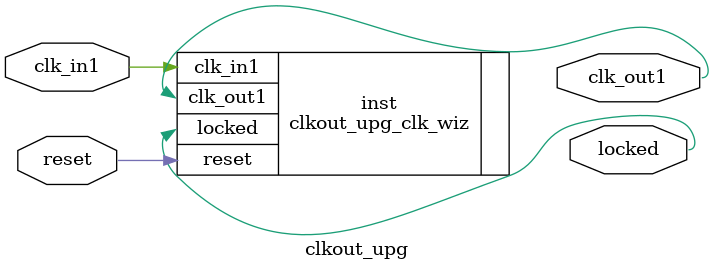
<source format=v>


`timescale 1ps/1ps

(* CORE_GENERATION_INFO = "clkout_upg,clk_wiz_v5_4_3_0,{component_name=clkout_upg,use_phase_alignment=true,use_min_o_jitter=false,use_max_i_jitter=false,use_dyn_phase_shift=false,use_inclk_switchover=false,use_dyn_reconfig=false,enable_axi=0,feedback_source=FDBK_AUTO,PRIMITIVE=MMCM,num_out_clk=1,clkin1_period=10.000,clkin2_period=10.000,use_power_down=false,use_reset=true,use_locked=true,use_inclk_stopped=false,feedback_type=SINGLE,CLOCK_MGR_TYPE=NA,manual_override=false}" *)

module clkout_upg 
 (
  // Clock out ports
  output        clk_out1,
  // Status and control signals
  input         reset,
  output        locked,
 // Clock in ports
  input         clk_in1
 );

  clkout_upg_clk_wiz inst
  (
  // Clock out ports  
  .clk_out1(clk_out1),
  // Status and control signals               
  .reset(reset), 
  .locked(locked),
 // Clock in ports
  .clk_in1(clk_in1)
  );

endmodule

</source>
